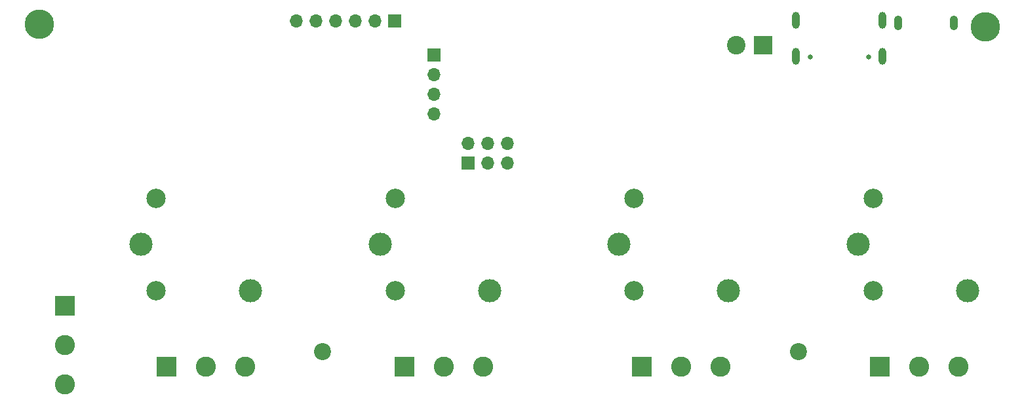
<source format=gbs>
G04 #@! TF.GenerationSoftware,KiCad,Pcbnew,(7.0.0)*
G04 #@! TF.CreationDate,2023-02-25T12:05:00-06:00*
G04 #@! TF.ProjectId,Autorelay,4175746f-7265-46c6-9179-2e6b69636164,1*
G04 #@! TF.SameCoordinates,Original*
G04 #@! TF.FileFunction,Soldermask,Bot*
G04 #@! TF.FilePolarity,Negative*
%FSLAX46Y46*%
G04 Gerber Fmt 4.6, Leading zero omitted, Abs format (unit mm)*
G04 Created by KiCad (PCBNEW (7.0.0)) date 2023-02-25 12:05:00*
%MOMM*%
%LPD*%
G01*
G04 APERTURE LIST*
G04 Aperture macros list*
%AMRoundRect*
0 Rectangle with rounded corners*
0 $1 Rounding radius*
0 $2 $3 $4 $5 $6 $7 $8 $9 X,Y pos of 4 corners*
0 Add a 4 corners polygon primitive as box body*
4,1,4,$2,$3,$4,$5,$6,$7,$8,$9,$2,$3,0*
0 Add four circle primitives for the rounded corners*
1,1,$1+$1,$2,$3*
1,1,$1+$1,$4,$5*
1,1,$1+$1,$6,$7*
1,1,$1+$1,$8,$9*
0 Add four rect primitives between the rounded corners*
20,1,$1+$1,$2,$3,$4,$5,0*
20,1,$1+$1,$4,$5,$6,$7,0*
20,1,$1+$1,$6,$7,$8,$9,0*
20,1,$1+$1,$8,$9,$2,$3,0*%
G04 Aperture macros list end*
%ADD10R,2.600000X2.600000*%
%ADD11C,2.600000*%
%ADD12C,2.200000*%
%ADD13R,1.700000X1.700000*%
%ADD14O,1.700000X1.700000*%
%ADD15C,3.000000*%
%ADD16C,2.500000*%
%ADD17C,3.800000*%
%ADD18C,0.670000*%
%ADD19RoundRect,0.500000X0.000000X0.600000X0.000000X0.600000X0.000000X-0.600000X0.000000X-0.600000X0*%
%ADD20O,1.050000X1.900000*%
%ADD21R,2.400000X2.400000*%
%ADD22C,2.400000*%
G04 APERTURE END LIST*
D10*
X95959999Y-107444999D03*
D11*
X95960000Y-112525000D03*
X95960000Y-117605000D03*
D10*
X139774999Y-115364999D03*
D11*
X144855000Y-115365000D03*
X149935000Y-115365000D03*
D12*
X190638000Y-113364800D03*
D13*
X148029999Y-89029999D03*
D14*
X148029999Y-86489999D03*
X150569999Y-89029999D03*
X150569999Y-86489999D03*
X153109999Y-89029999D03*
X153109999Y-86489999D03*
D13*
X138504999Y-70614999D03*
D14*
X135964999Y-70614999D03*
X133424999Y-70614999D03*
X130884999Y-70614999D03*
X128344999Y-70614999D03*
X125804999Y-70614999D03*
D15*
X105728334Y-99490000D03*
D16*
X107678334Y-105540000D03*
D15*
X119878334Y-105540000D03*
D16*
X107678334Y-93540000D03*
D15*
X136610000Y-99490000D03*
D16*
X138560000Y-105540000D03*
D15*
X150760000Y-105540000D03*
D16*
X138560000Y-93540000D03*
D17*
X92594000Y-71070000D03*
D10*
X201158333Y-115364999D03*
D11*
X206238334Y-115365000D03*
X211318334Y-115365000D03*
D18*
X199691200Y-75273200D03*
X192191200Y-75273200D03*
D19*
X201521200Y-75188200D03*
X201521200Y-70518200D03*
X190361200Y-75188200D03*
X190361200Y-70508200D03*
D20*
X210715599Y-70836999D03*
X203565599Y-70836999D03*
D15*
X167491666Y-99490000D03*
D16*
X169441666Y-105540000D03*
D15*
X181641666Y-105540000D03*
D16*
X169441666Y-93540000D03*
D10*
X170466665Y-115364999D03*
D11*
X175546666Y-115365000D03*
X180626666Y-115365000D03*
D17*
X214768000Y-71345000D03*
D10*
X109076784Y-115364999D03*
D11*
X114156785Y-115365000D03*
X119236785Y-115365000D03*
D15*
X198373334Y-99490000D03*
D16*
X200323334Y-105540000D03*
D15*
X212523334Y-105540000D03*
D16*
X200323334Y-93540000D03*
D21*
X186129999Y-73789999D03*
D22*
X182630000Y-73790000D03*
D12*
X129170000Y-113364800D03*
D13*
X143584999Y-75059999D03*
D14*
X143584999Y-77599999D03*
X143584999Y-80139999D03*
X143584999Y-82679999D03*
M02*

</source>
